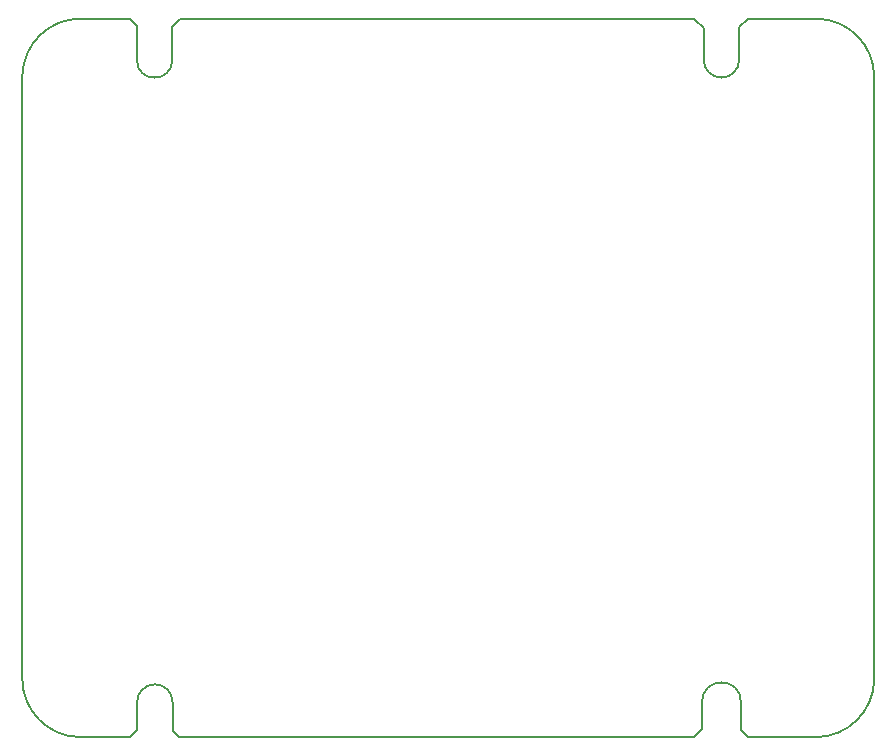
<source format=gko>
G04*
G04 #@! TF.GenerationSoftware,Altium Limited,Altium Designer,18.1.9 (240)*
G04*
G04 Layer_Color=16711935*
%FSLAX25Y25*%
%MOIN*%
G70*
G01*
G75*
%ADD11C,0.00600*%
D11*
X49106Y-203300D02*
G03*
X37296Y-203418I-5906J0D01*
G01*
X238576Y-203291D02*
G03*
X225576Y-203291I-6500J0D01*
G01*
X37194Y10721D02*
G03*
X49005Y10721I5906J0D01*
G01*
X226171Y10805D02*
G03*
X237982Y10721I5905J-84D01*
G01*
X-1000Y-195500D02*
G03*
X18000Y-214994I19500J0D01*
G01*
X263500Y-215000D02*
G03*
X282994Y-196000I0J19500D01*
G01*
X283000Y5000D02*
G03*
X264000Y24494I-19500J0D01*
G01*
X18500Y24500D02*
G03*
X-994Y5500I0J-19500D01*
G01*
X49106Y-212806D02*
Y-203300D01*
Y-212806D02*
X51300Y-215000D01*
X222900D01*
X37296Y-212504D02*
Y-203418D01*
X34900Y-214900D02*
X37296Y-212504D01*
X18094Y-214900D02*
X34900D01*
X223043Y24500D02*
X226171Y21372D01*
X51705Y24500D02*
X223043D01*
X37194Y10721D02*
Y22106D01*
X34894Y24406D02*
X37194Y22106D01*
X18595Y24406D02*
X34894D01*
X49005Y10721D02*
Y21800D01*
X225576Y-212324D02*
Y-203291D01*
X222900Y-215000D02*
X225576Y-212324D01*
X238576Y-212476D02*
Y-203291D01*
Y-212476D02*
X241000Y-214900D01*
X263400D01*
X49005Y21800D02*
X51705Y24500D01*
X237982Y10721D02*
Y21582D01*
X240895Y24495D01*
X263999D01*
X226171Y10805D02*
Y21372D01*
X-1000Y5500D02*
X-1000Y-195500D01*
X283000Y5000D02*
X283000Y-196000D01*
M02*

</source>
